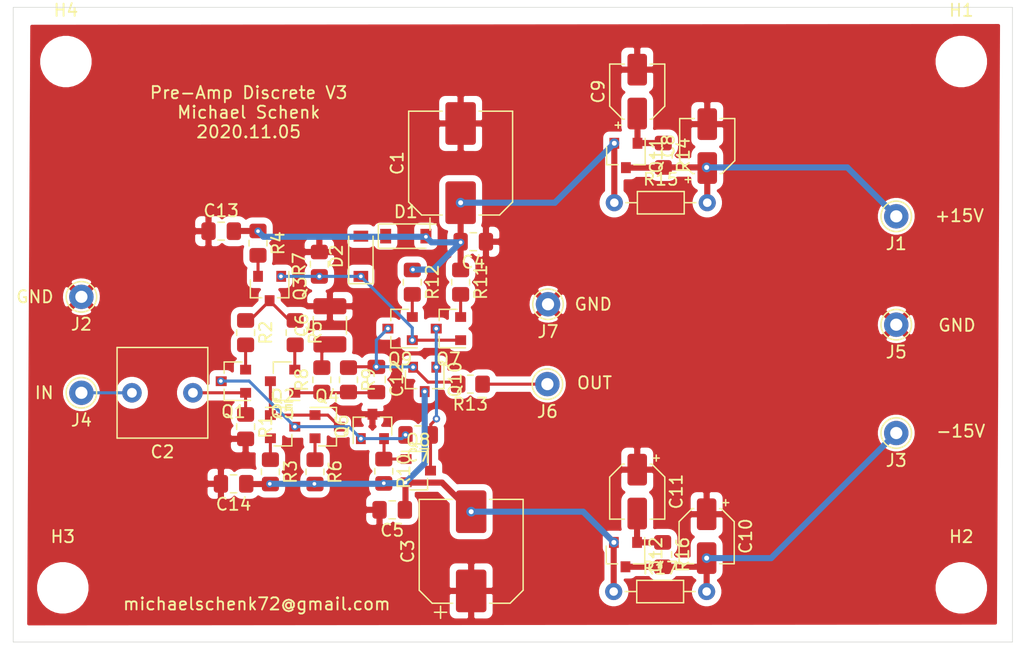
<source format=kicad_pcb>
(kicad_pcb (version 20171130) (host pcbnew 5.1.8-db9833491~88~ubuntu16.04.1)
  (layers (0 F.Cu signal) (31 B.Cu signal) (34 B.Paste user) (35 F.Paste user) (36 B.SilkS user) (37 F.SilkS user) (38 B.Mask user) (39 F.Mask user) (44 Edge.Cuts user))
  (net 0 "")
  (net 1 GND)
  (net 2 +15V)
  (net 3 "Net-(C2-Pad2)")
  (net 4 "Net-(C2-Pad1)")
  (net 5 -15V)
  (net 6 "Net-(C6-Pad1)")
  (net 7 "Net-(C7-Pad2)")
  (net 8 "Net-(C7-Pad1)")
  (net 9 "Net-(C8-Pad1)")
  (net 10 "Net-(C9-Pad1)")
  (net 11 "Net-(C10-Pad2)")
  (net 12 "Net-(C11-Pad2)")
  (net 13 "Net-(D1-Pad1)")
  (net 14 "Net-(D2-Pad1)")
  (net 15 "Net-(J6-Pad1)")
  (net 16 "Net-(Q1-Pad2)")
  (net 17 "Net-(Q2-Pad2)")
  (net 18 "Net-(Q2-Pad1)")
  (net 19 "Net-(Q3-Pad3)")
  (net 20 "Net-(Q3-Pad2)")
  (net 21 "Net-(Q4-Pad2)")
  (net 22 "Net-(Q5-Pad2)")
  (net 23 "Net-(Q6-Pad2)")
  (net 24 "Net-(Q7-Pad2)")
  (net 25 "Net-(Q9-Pad2)")
  (net 26 "Net-(C12-Pad2)")
  (net 27 "Net-(C12-Pad1)")
  (module Connector_Pin:Pin_D1.0mm_L10.0mm (layer F.Cu) (at 165.7604 120.2436)
    (fp_text reference J7 (at 0 2.25) (layer F.SilkS))
    (fp_text value Conn_01x01)
    (pad 1 thru_hole circle (at 0 0) (size 2 2) (drill 1) (layers *.Cu *.Mask) (net 1 GND))
  )
  (module Connector_Pin:Pin_D1.0mm_L10.0mm (layer F.Cu) (at 165.7096 126.7968)
    (fp_text reference J6 (at 0 2.25) (layer F.SilkS))
    (fp_text value Conn_01x01)
    (pad 1 thru_hole circle (at 0 0) (size 2 2) (drill 1) (layers *.Cu *.Mask) (net 15 "Net-(J6-Pad1)"))
  )
  (module Connector_Pin:Pin_D1.0mm_L10.0mm (layer F.Cu) (at 194.31 121.92)
    (fp_text reference J5 (at 0 2.25) (layer F.SilkS))
    (fp_text value Conn_01x01)
    (pad 1 thru_hole circle (at 0 0) (size 2 2) (drill 1) (layers *.Cu *.Mask) (net 1 GND))
  )
  (module Connector_Pin:Pin_D1.0mm_L10.0mm (layer F.Cu) (at 127.508 127.508)
    (fp_text reference J4 (at 0 2.25) (layer F.SilkS))
    (fp_text value Conn_01x01)
    (pad 1 thru_hole circle (at 0 0) (size 2 2) (drill 1) (layers *.Cu *.Mask) (net 3 "Net-(C2-Pad2)"))
  )
  (module Connector_Pin:Pin_D1.0mm_L10.0mm (layer F.Cu) (at 194.31 130.81)
    (fp_text reference J3 (at 0 2.25) (layer F.SilkS))
    (fp_text value Conn_01x01)
    (pad 1 thru_hole circle (at 0 0) (size 2 2) (drill 1) (layers *.Cu *.Mask) (net 11 "Net-(C10-Pad2)"))
  )
  (module Connector_Pin:Pin_D1.0mm_L10.0mm (layer F.Cu) (at 127.508 119.634)
    (fp_text reference J2 (at 0 2.25) (layer F.SilkS))
    (fp_text value Conn_01x01)
    (pad 1 thru_hole circle (at 0 0) (size 2 2) (drill 1) (layers *.Cu *.Mask) (net 1 GND))
  )
  (module Connector_Pin:Pin_D1.0mm_L10.0mm (layer F.Cu) (at 194.31 113.03)
    (fp_text reference J1 (at 0 2.25) (layer F.SilkS))
    (fp_text value Conn_01x01)
    (pad 1 thru_hole circle (at 0 0) (size 2 2) (drill 1) (layers *.Cu *.Mask) (net 9 "Net-(C8-Pad1)"))
  )
  (module Package_TO_SOT_SMD:SOT-23 (layer F.Cu) (at 147.6596 130.2868)
    (fp_text reference Q4 (at 0 -2.5) (layer F.SilkS))
    (fp_text value BC850C)
    (pad 3 smd rect (at 1 0) (size 0.9 0.8) (layers F.Cu F.Paste F.Mask) (net 18 "Net-(Q2-Pad1)"))
    (pad 2 smd rect (at -1 0.95) (size 0.9 0.8) (layers F.Cu F.Paste F.Mask) (net 21 "Net-(Q4-Pad2)"))
    (pad 1 smd rect (at -1 -0.95) (size 0.9 0.8) (layers F.Cu F.Paste F.Mask) (net 18 "Net-(Q2-Pad1)"))
  )
  (module Capacitor_SMD:C_0805_2012Metric_Pad1.18x1.45mm_HandSolder (layer F.Cu) (at 139.9833 134.9756 180)
    (fp_text reference C14 (at 0 -1.68) (layer F.SilkS))
    (fp_text value 100nF)
    (pad 2 smd roundrect (at 1.0375 0 180) (size 1.175 1.45) (layers F.Cu F.Paste F.Mask) (roundrect_rratio 0.2127659574468085) (net 1 GND))
    (pad 1 smd roundrect (at -1.0375 0 180) (size 1.175 1.45) (layers F.Cu F.Paste F.Mask) (roundrect_rratio 0.2127659574468085) (net 5 -15V))
  )
  (module Capacitor_SMD:C_0805_2012Metric_Pad1.18x1.45mm_HandSolder (layer F.Cu) (at 138.9673 114.2492)
    (fp_text reference C13 (at 0 -1.68) (layer F.SilkS))
    (fp_text value 100nF)
    (pad 2 smd roundrect (at 1.0375 0) (size 1.175 1.45) (layers F.Cu F.Paste F.Mask) (roundrect_rratio 0.2127659574468085) (net 2 +15V))
    (pad 1 smd roundrect (at -1.0375 0) (size 1.175 1.45) (layers F.Cu F.Paste F.Mask) (roundrect_rratio 0.2127659574468085) (net 1 GND))
  )
  (module Capacitor_SMD:CP_Elec_4x4.5 (layer F.Cu) (at 173.0756 135.614 270)
    (fp_text reference C11 (at 0 -3.2 90) (layer F.SilkS))
    (fp_text value 4.7uF)
    (pad 2 smd roundrect (at 1.8 0 270) (size 2.6 1.6) (layers F.Cu F.Paste F.Mask) (roundrect_rratio 0.15625) (net 12 "Net-(C11-Pad2)"))
    (pad 1 smd roundrect (at -1.8 0 270) (size 2.6 1.6) (layers F.Cu F.Paste F.Mask) (roundrect_rratio 0.15625) (net 1 GND))
  )
  (module Capacitor_SMD:CP_Elec_4x4.5 (layer F.Cu) (at 178.7652 139.2716 270)
    (fp_text reference C10 (at 0 -3.2 90) (layer F.SilkS))
    (fp_text value 4.7uF)
    (pad 2 smd roundrect (at 1.8 0 270) (size 2.6 1.6) (layers F.Cu F.Paste F.Mask) (roundrect_rratio 0.15625) (net 11 "Net-(C10-Pad2)"))
    (pad 1 smd roundrect (at -1.8 0 270) (size 2.6 1.6) (layers F.Cu F.Paste F.Mask) (roundrect_rratio 0.15625) (net 1 GND))
  )
  (module Capacitor_SMD:CP_Elec_4x4.5 (layer F.Cu) (at 173.0756 102.7972 90)
    (fp_text reference C9 (at 0 -3.2 90) (layer F.SilkS))
    (fp_text value 4.7uF)
    (pad 2 smd roundrect (at 1.8 0 90) (size 2.6 1.6) (layers F.Cu F.Paste F.Mask) (roundrect_rratio 0.15625) (net 1 GND))
    (pad 1 smd roundrect (at -1.8 0 90) (size 2.6 1.6) (layers F.Cu F.Paste F.Mask) (roundrect_rratio 0.15625) (net 10 "Net-(C9-Pad1)"))
  )
  (module Capacitor_SMD:CP_Elec_4x4.5 (layer F.Cu) (at 178.816 107.2676 90)
    (fp_text reference C8 (at 0 -3.2 90) (layer F.SilkS))
    (fp_text value 4.7uF)
    (pad 2 smd roundrect (at 1.8 0 90) (size 2.6 1.6) (layers F.Cu F.Paste F.Mask) (roundrect_rratio 0.15625) (net 1 GND))
    (pad 1 smd roundrect (at -1.8 0 90) (size 2.6 1.6) (layers F.Cu F.Paste F.Mask) (roundrect_rratio 0.15625) (net 9 "Net-(C8-Pad1)"))
  )
  (module Capacitor_SMD:C_1210_3225Metric_Pad1.33x2.70mm_HandSolder (layer F.Cu) (at 147.8788 121.9708 90)
    (fp_text reference C6 (at 0 -2.3 90) (layer F.SilkS))
    (fp_text value 100uF)
    (pad 2 smd roundrect (at 1.5625 0 90) (size 1.325 2.7) (layers F.Cu F.Paste F.Mask) (roundrect_rratio 0.1886784905660377) (net 1 GND))
    (pad 1 smd roundrect (at -1.5625 0 90) (size 1.325 2.7) (layers F.Cu F.Paste F.Mask) (roundrect_rratio 0.1886784905660377) (net 6 "Net-(C6-Pad1)"))
  )
  (module Capacitor_SMD:C_0805_2012Metric_Pad1.18x1.45mm_HandSolder (layer F.Cu) (at 152.9881 137.1092 180)
    (fp_text reference C5 (at 0 -1.68) (layer F.SilkS))
    (fp_text value 100nF)
    (pad 2 smd roundrect (at 1.0375 0 180) (size 1.175 1.45) (layers F.Cu F.Paste F.Mask) (roundrect_rratio 0.2127659574468085) (net 1 GND))
    (pad 1 smd roundrect (at -1.0375 0 180) (size 1.175 1.45) (layers F.Cu F.Paste F.Mask) (roundrect_rratio 0.2127659574468085) (net 5 -15V))
  )
  (module Capacitor_SMD:C_0805_2012Metric_Pad1.18x1.45mm_HandSolder (layer F.Cu) (at 159.6351 115.1128 180)
    (fp_text reference C4 (at 0 -1.68) (layer F.SilkS))
    (fp_text value 100nF)
    (pad 2 smd roundrect (at 1.0375 0 180) (size 1.175 1.45) (layers F.Cu F.Paste F.Mask) (roundrect_rratio 0.2127659574468085) (net 2 +15V))
    (pad 1 smd roundrect (at -1.0375 0 180) (size 1.175 1.45) (layers F.Cu F.Paste F.Mask) (roundrect_rratio 0.2127659574468085) (net 1 GND))
  )
  (module Capacitor_SMD:CP_Elec_8x10 (layer F.Cu) (at 159.4612 140.5128 90)
    (fp_text reference C3 (at 0 -5.2 90) (layer F.SilkS))
    (fp_text value 100uF)
    (pad 2 smd roundrect (at 3.25 0 90) (size 3.5 2.5) (layers F.Cu F.Paste F.Mask) (roundrect_rratio 0.1) (net 5 -15V))
    (pad 1 smd roundrect (at -3.25 0 90) (size 3.5 2.5) (layers F.Cu F.Paste F.Mask) (roundrect_rratio 0.1) (net 1 GND))
  )
  (module Capacitor_SMD:CP_Elec_8x10 (layer F.Cu) (at 158.5976 108.6624 90)
    (fp_text reference C1 (at 0 -5.2 90) (layer F.SilkS))
    (fp_text value 100uF)
    (pad 2 smd roundrect (at 3.25 0 90) (size 3.5 2.5) (layers F.Cu F.Paste F.Mask) (roundrect_rratio 0.1) (net 1 GND))
    (pad 1 smd roundrect (at -3.25 0 90) (size 3.5 2.5) (layers F.Cu F.Paste F.Mask) (roundrect_rratio 0.1) (net 2 +15V))
  )
  (module Package_TO_SOT_SMD:SOT-23 (layer F.Cu) (at 155.6512 126.4064 270)
    (fp_text reference Q10 (at 0 -2.5 90) (layer F.SilkS))
    (fp_text value BC860C)
    (pad 3 smd rect (at 1 0 270) (size 0.9 0.8) (layers F.Cu F.Paste F.Mask) (net 5 -15V))
    (pad 2 smd rect (at -1 0.95 270) (size 0.9 0.8) (layers F.Cu F.Paste F.Mask) (net 27 "Net-(C12-Pad1)"))
    (pad 1 smd rect (at -1 -0.95 270) (size 0.9 0.8) (layers F.Cu F.Paste F.Mask) (net 8 "Net-(C7-Pad1)"))
  )
  (module Resistor_SMD:R_0805_2012Metric_Pad1.20x1.40mm_HandSolder (layer F.Cu) (at 141.986 115.2304 270)
    (fp_text reference R4 (at 0 -1.65 90) (layer F.SilkS))
    (fp_text value 150R)
    (pad 2 smd roundrect (at 1 0 270) (size 1.2 1.4) (layers F.Cu F.Paste F.Mask) (roundrect_rratio 0.2083325) (net 20 "Net-(Q3-Pad2)"))
    (pad 1 smd roundrect (at -1 0 270) (size 1.2 1.4) (layers F.Cu F.Paste F.Mask) (roundrect_rratio 0.2083325) (net 2 +15V))
  )
  (module Capacitor_SMD:C_0805_2012Metric_Pad1.18x1.45mm_HandSolder (layer F.Cu) (at 155.1139 130.9624 180)
    (fp_text reference C7 (at 0 -1.68) (layer F.SilkS))
    (fp_text value 270pF)
    (pad 2 smd roundrect (at 1.0375 0 180) (size 1.175 1.45) (layers F.Cu F.Paste F.Mask) (roundrect_rratio 0.2127659574468085) (net 7 "Net-(C7-Pad2)"))
    (pad 1 smd roundrect (at -1.0375 0 180) (size 1.175 1.45) (layers F.Cu F.Paste F.Mask) (roundrect_rratio 0.2127659574468085) (net 8 "Net-(C7-Pad1)"))
  )
  (module Capacitor_SMD:C_0805_2012Metric_Pad1.18x1.45mm_HandSolder (layer F.Cu) (at 151.6888 126.4197 270)
    (fp_text reference C12 (at 0 -1.68 90) (layer F.SilkS))
    (fp_text value 4.7pF)
    (pad 2 smd roundrect (at 1.0375 0 270) (size 1.175 1.45) (layers F.Cu F.Paste F.Mask) (roundrect_rratio 0.2127659574468085) (net 26 "Net-(C12-Pad2)"))
    (pad 1 smd roundrect (at -1.0375 0 270) (size 1.175 1.45) (layers F.Cu F.Paste F.Mask) (roundrect_rratio 0.2127659574468085) (net 27 "Net-(C12-Pad1)"))
  )
  (module Package_TO_SOT_SMD:SOT-23 (layer F.Cu) (at 153.6352 122.24 180)
    (fp_text reference Q9 (at 0 -2.5) (layer F.SilkS))
    (fp_text value BC860C)
    (pad 1 smd rect (at -1 -0.95 180) (size 0.9 0.8) (layers F.Cu F.Paste F.Mask) (net 14 "Net-(D2-Pad1)"))
    (pad 2 smd rect (at -1 0.95 180) (size 0.9 0.8) (layers F.Cu F.Paste F.Mask) (net 25 "Net-(Q9-Pad2)"))
    (pad 3 smd rect (at 1 0 180) (size 0.9 0.8) (layers F.Cu F.Paste F.Mask) (net 27 "Net-(C12-Pad1)"))
  )
  (module Resistor_SMD:R_0805_2012Metric_Pad1.20x1.40mm_HandSolder (layer F.Cu) (at 140.97 130.286 270)
    (fp_text reference R1 (at 0 -1.65 90) (layer F.SilkS))
    (fp_text value 22k)
    (pad 2 smd roundrect (at 1 0 270) (size 1.2 1.4) (layers F.Cu F.Paste F.Mask) (roundrect_rratio 0.2083325) (net 1 GND))
    (pad 1 smd roundrect (at -1 0 270) (size 1.2 1.4) (layers F.Cu F.Paste F.Mask) (roundrect_rratio 0.2083325) (net 4 "Net-(C2-Pad1)"))
  )
  (module Resistor_THT:R_Axial_DIN0204_L3.6mm_D1.6mm_P7.62mm_Horizontal (layer F.Cu) (at 171.1452 143.8148)
    (fp_text reference R17 (at 3.81 -1.92) (layer F.SilkS))
    (fp_text value 0R)
    (pad 2 thru_hole oval (at 7.62 0) (size 1.4 1.4) (drill 0.7) (layers *.Cu *.Mask) (net 11 "Net-(C10-Pad2)"))
    (pad 1 thru_hole circle (at 0 0) (size 1.4 1.4) (drill 0.7) (layers *.Cu *.Mask) (net 5 -15V))
  )
  (module Resistor_SMD:R_0805_2012Metric_Pad1.20x1.40mm_HandSolder (layer F.Cu) (at 175.1584 140.7828 270)
    (fp_text reference R16 (at 0 -1.65 90) (layer F.SilkS))
    (fp_text value 22k)
    (pad 2 smd roundrect (at 1 0 270) (size 1.2 1.4) (layers F.Cu F.Paste F.Mask) (roundrect_rratio 0.2083325) (net 11 "Net-(C10-Pad2)"))
    (pad 1 smd roundrect (at -1 0 270) (size 1.2 1.4) (layers F.Cu F.Paste F.Mask) (roundrect_rratio 0.2083325) (net 12 "Net-(C11-Pad2)"))
  )
  (module Resistor_THT:R_Axial_DIN0204_L3.6mm_D1.6mm_P7.62mm_Horizontal (layer F.Cu) (at 171.196 111.9124)
    (fp_text reference R15 (at 3.81 -1.92) (layer F.SilkS))
    (fp_text value 0R)
    (pad 2 thru_hole oval (at 7.62 0) (size 1.4 1.4) (drill 0.7) (layers *.Cu *.Mask) (net 9 "Net-(C8-Pad1)"))
    (pad 1 thru_hole circle (at 0 0) (size 1.4 1.4) (drill 0.7) (layers *.Cu *.Mask) (net 2 +15V))
  )
  (module Resistor_SMD:R_0805_2012Metric_Pad1.20x1.40mm_HandSolder (layer F.Cu) (at 175.2092 108.0168 270)
    (fp_text reference R14 (at 0 -1.65 90) (layer F.SilkS))
    (fp_text value 22k)
    (pad 2 smd roundrect (at 1 0 270) (size 1.2 1.4) (layers F.Cu F.Paste F.Mask) (roundrect_rratio 0.2083325) (net 9 "Net-(C8-Pad1)"))
    (pad 1 smd roundrect (at -1 0 270) (size 1.2 1.4) (layers F.Cu F.Paste F.Mask) (roundrect_rratio 0.2083325) (net 10 "Net-(C9-Pad1)"))
  )
  (module Resistor_SMD:R_0805_2012Metric_Pad1.20x1.40mm_HandSolder (layer F.Cu) (at 159.3944 126.7968 180)
    (fp_text reference R13 (at 0 -1.65) (layer F.SilkS))
    (fp_text value 47R)
    (pad 2 smd roundrect (at 1 0 180) (size 1.2 1.4) (layers F.Cu F.Paste F.Mask) (roundrect_rratio 0.2083325) (net 27 "Net-(C12-Pad1)"))
    (pad 1 smd roundrect (at -1 0 180) (size 1.2 1.4) (layers F.Cu F.Paste F.Mask) (roundrect_rratio 0.2083325) (net 15 "Net-(J6-Pad1)"))
  )
  (module Resistor_SMD:R_0805_2012Metric_Pad1.20x1.40mm_HandSolder (layer F.Cu) (at 154.6352 118.4308 270)
    (fp_text reference R12 (at 0 -1.65 90) (layer F.SilkS))
    (fp_text value 100R)
    (pad 2 smd roundrect (at 1 0 270) (size 1.2 1.4) (layers F.Cu F.Paste F.Mask) (roundrect_rratio 0.2083325) (net 25 "Net-(Q9-Pad2)"))
    (pad 1 smd roundrect (at -1 0 270) (size 1.2 1.4) (layers F.Cu F.Paste F.Mask) (roundrect_rratio 0.2083325) (net 2 +15V))
  )
  (module Resistor_SMD:R_0805_2012Metric_Pad1.20x1.40mm_HandSolder (layer F.Cu) (at 158.5976 118.4308 270)
    (fp_text reference R11 (at 0 -1.65 90) (layer F.SilkS))
    (fp_text value 100R)
    (pad 2 smd roundrect (at 1 0 270) (size 1.2 1.4) (layers F.Cu F.Paste F.Mask) (roundrect_rratio 0.2083325) (net 24 "Net-(Q7-Pad2)"))
    (pad 1 smd roundrect (at -1 0 270) (size 1.2 1.4) (layers F.Cu F.Paste F.Mask) (roundrect_rratio 0.2083325) (net 2 +15V))
  )
  (module Resistor_SMD:R_0805_2012Metric_Pad1.20x1.40mm_HandSolder (layer F.Cu) (at 152.2984 133.9436 270)
    (fp_text reference R10 (at 0 -1.65 90) (layer F.SilkS))
    (fp_text value 2k2)
    (pad 2 smd roundrect (at 1 0 270) (size 1.2 1.4) (layers F.Cu F.Paste F.Mask) (roundrect_rratio 0.2083325) (net 5 -15V))
    (pad 1 smd roundrect (at -1 0 270) (size 1.2 1.4) (layers F.Cu F.Paste F.Mask) (roundrect_rratio 0.2083325) (net 23 "Net-(Q6-Pad2)"))
  )
  (module Resistor_SMD:R_0805_2012Metric_Pad1.20x1.40mm_HandSolder (layer F.Cu) (at 149.4028 126.4445 270)
    (fp_text reference R9 (at 0 -1.65 90) (layer F.SilkS))
    (fp_text value 22k)
    (pad 2 smd roundrect (at 1 0 270) (size 1.2 1.4) (layers F.Cu F.Paste F.Mask) (roundrect_rratio 0.2083325) (net 26 "Net-(C12-Pad2)"))
    (pad 1 smd roundrect (at -1 0 270) (size 1.2 1.4) (layers F.Cu F.Paste F.Mask) (roundrect_rratio 0.2083325) (net 27 "Net-(C12-Pad1)"))
  )
  (module Resistor_SMD:R_0805_2012Metric_Pad1.20x1.40mm_HandSolder (layer F.Cu) (at 147.2184 126.4445 90)
    (fp_text reference R8 (at 0 -1.65 90) (layer F.SilkS))
    (fp_text value 22k)
    (pad 2 smd roundrect (at 1 0 90) (size 1.2 1.4) (layers F.Cu F.Paste F.Mask) (roundrect_rratio 0.2083325) (net 6 "Net-(C6-Pad1)"))
    (pad 1 smd roundrect (at -1 0 90) (size 1.2 1.4) (layers F.Cu F.Paste F.Mask) (roundrect_rratio 0.2083325) (net 26 "Net-(C12-Pad2)"))
  )
  (module Resistor_SMD:R_0805_2012Metric_Pad1.20x1.40mm_HandSolder (layer F.Cu) (at 147.0152 116.9576 90)
    (fp_text reference R7 (at 0 -1.65 90) (layer F.SilkS))
    (fp_text value 22k)
    (pad 2 smd roundrect (at 1 0 90) (size 1.2 1.4) (layers F.Cu F.Paste F.Mask) (roundrect_rratio 0.2083325) (net 1 GND))
    (pad 1 smd roundrect (at -1 0 90) (size 1.2 1.4) (layers F.Cu F.Paste F.Mask) (roundrect_rratio 0.2083325) (net 14 "Net-(D2-Pad1)"))
  )
  (module Resistor_SMD:R_0805_2012Metric_Pad1.20x1.40mm_HandSolder (layer F.Cu) (at 146.6596 133.9944 270)
    (fp_text reference R6 (at 0 -1.65 90) (layer F.SilkS))
    (fp_text value 68)
    (pad 2 smd roundrect (at 1 0 270) (size 1.2 1.4) (layers F.Cu F.Paste F.Mask) (roundrect_rratio 0.2083325) (net 5 -15V))
    (pad 1 smd roundrect (at -1 0 270) (size 1.2 1.4) (layers F.Cu F.Paste F.Mask) (roundrect_rratio 0.2083325) (net 21 "Net-(Q4-Pad2)"))
  )
  (module Resistor_SMD:R_0805_2012Metric_Pad1.20x1.40mm_HandSolder (layer F.Cu) (at 145.034 122.571 270)
    (fp_text reference R5 (at 0 -1.65 90) (layer F.SilkS))
    (fp_text value 100R)
    (pad 2 smd roundrect (at 1 0 270) (size 1.2 1.4) (layers F.Cu F.Paste F.Mask) (roundrect_rratio 0.2083325) (net 22 "Net-(Q5-Pad2)"))
    (pad 1 smd roundrect (at -1 0 270) (size 1.2 1.4) (layers F.Cu F.Paste F.Mask) (roundrect_rratio 0.2083325) (net 19 "Net-(Q3-Pad3)"))
  )
  (module Resistor_SMD:R_0805_2012Metric_Pad1.20x1.40mm_HandSolder (layer F.Cu) (at 143.002 133.9944 270)
    (fp_text reference R3 (at 0 -1.65 90) (layer F.SilkS))
    (fp_text value 68)
    (pad 2 smd roundrect (at 1 0 270) (size 1.2 1.4) (layers F.Cu F.Paste F.Mask) (roundrect_rratio 0.2083325) (net 5 -15V))
    (pad 1 smd roundrect (at -1 0 270) (size 1.2 1.4) (layers F.Cu F.Paste F.Mask) (roundrect_rratio 0.2083325) (net 17 "Net-(Q2-Pad2)"))
  )
  (module Resistor_SMD:R_0805_2012Metric_Pad1.20x1.40mm_HandSolder (layer F.Cu) (at 140.97 122.571 270)
    (fp_text reference R2 (at 0 -1.65 90) (layer F.SilkS))
    (fp_text value 100R)
    (pad 2 smd roundrect (at 1 0 270) (size 1.2 1.4) (layers F.Cu F.Paste F.Mask) (roundrect_rratio 0.2083325) (net 16 "Net-(Q1-Pad2)"))
    (pad 1 smd roundrect (at -1 0 270) (size 1.2 1.4) (layers F.Cu F.Paste F.Mask) (roundrect_rratio 0.2083325) (net 19 "Net-(Q3-Pad3)"))
  )
  (module Package_TO_SOT_SMD:SOT-23 (layer F.Cu) (at 172.1104 140.7828 270)
    (fp_text reference Q12 (at 0 -2.5 90) (layer F.SilkS))
    (fp_text value BC860C)
    (pad 3 smd rect (at 1 0 270) (size 0.9 0.8) (layers F.Cu F.Paste F.Mask) (net 11 "Net-(C10-Pad2)"))
    (pad 2 smd rect (at -1 0.95 270) (size 0.9 0.8) (layers F.Cu F.Paste F.Mask) (net 5 -15V))
    (pad 1 smd rect (at -1 -0.95 270) (size 0.9 0.8) (layers F.Cu F.Paste F.Mask) (net 12 "Net-(C11-Pad2)"))
  )
  (module Package_TO_SOT_SMD:SOT-23 (layer F.Cu) (at 172.146 108.0356 270)
    (fp_text reference Q11 (at 0 -2.5 90) (layer F.SilkS))
    (fp_text value BC850C)
    (pad 3 smd rect (at 1 0 270) (size 0.9 0.8) (layers F.Cu F.Paste F.Mask) (net 9 "Net-(C8-Pad1)"))
    (pad 2 smd rect (at -1 0.95 270) (size 0.9 0.8) (layers F.Cu F.Paste F.Mask) (net 2 +15V))
    (pad 1 smd rect (at -1 -0.95 270) (size 0.9 0.8) (layers F.Cu F.Paste F.Mask) (net 10 "Net-(C9-Pad1)"))
  )
  (module Package_TO_SOT_SMD:SOT-23 (layer F.Cu) (at 155.1272 133.8936)
    (fp_text reference Q8 (at 0 -2.5) (layer F.SilkS))
    (fp_text value BC850C)
    (pad 3 smd rect (at 1 0) (size 0.9 0.8) (layers F.Cu F.Paste F.Mask) (net 8 "Net-(C7-Pad1)"))
    (pad 2 smd rect (at -1 0.95) (size 0.9 0.8) (layers F.Cu F.Paste F.Mask) (net 5 -15V))
    (pad 1 smd rect (at -1 -0.95) (size 0.9 0.8) (layers F.Cu F.Paste F.Mask) (net 23 "Net-(Q6-Pad2)"))
  )
  (module Package_TO_SOT_SMD:SOT-23 (layer F.Cu) (at 157.5976 122.24 180)
    (fp_text reference Q7 (at 0 -2.5) (layer F.SilkS))
    (fp_text value BC860C)
    (pad 3 smd rect (at 1 0 180) (size 0.9 0.8) (layers F.Cu F.Paste F.Mask) (net 8 "Net-(C7-Pad1)"))
    (pad 2 smd rect (at -1 0.95 180) (size 0.9 0.8) (layers F.Cu F.Paste F.Mask) (net 24 "Net-(Q7-Pad2)"))
    (pad 1 smd rect (at -1 -0.95 180) (size 0.9 0.8) (layers F.Cu F.Paste F.Mask) (net 14 "Net-(D2-Pad1)"))
  )
  (module Package_TO_SOT_SMD:SOT-23 (layer F.Cu) (at 151.3688 130.2672 90)
    (fp_text reference Q6 (at 0 -2.5 90) (layer F.SilkS))
    (fp_text value BC850C)
    (pad 3 smd rect (at 1 0 90) (size 0.9 0.8) (layers F.Cu F.Paste F.Mask) (net 1 GND))
    (pad 2 smd rect (at -1 0.95 90) (size 0.9 0.8) (layers F.Cu F.Paste F.Mask) (net 23 "Net-(Q6-Pad2)"))
    (pad 1 smd rect (at -1 -0.95 90) (size 0.9 0.8) (layers F.Cu F.Paste F.Mask) (net 7 "Net-(C7-Pad2)"))
  )
  (module Package_TO_SOT_SMD:SOT-23 (layer F.Cu) (at 144.002 126.5555 180)
    (fp_text reference Q5 (at 0 -2.5) (layer F.SilkS))
    (fp_text value BC860C)
    (pad 3 smd rect (at 1 0 180) (size 0.9 0.8) (layers F.Cu F.Paste F.Mask) (net 18 "Net-(Q2-Pad1)"))
    (pad 2 smd rect (at -1 0.95 180) (size 0.9 0.8) (layers F.Cu F.Paste F.Mask) (net 22 "Net-(Q5-Pad2)"))
    (pad 1 smd rect (at -1 -0.95 180) (size 0.9 0.8) (layers F.Cu F.Paste F.Mask) (net 26 "Net-(C12-Pad2)"))
  )
  (module Package_TO_SOT_SMD:SOT-23 (layer F.Cu) (at 142.9385 118.9515 270)
    (fp_text reference Q3 (at 0 -2.5 90) (layer F.SilkS))
    (fp_text value BC860C)
    (pad 3 smd rect (at 1 0 270) (size 0.9 0.8) (layers F.Cu F.Paste F.Mask) (net 19 "Net-(Q3-Pad3)"))
    (pad 2 smd rect (at -1 0.95 270) (size 0.9 0.8) (layers F.Cu F.Paste F.Mask) (net 20 "Net-(Q3-Pad2)"))
    (pad 1 smd rect (at -1 -0.95 270) (size 0.9 0.8) (layers F.Cu F.Paste F.Mask) (net 14 "Net-(D2-Pad1)"))
  )
  (module Package_TO_SOT_SMD:SOT-23 (layer F.Cu) (at 144.002 130.2868)
    (fp_text reference Q2 (at 0 -2.5) (layer F.SilkS))
    (fp_text value BC850C)
    (pad 3 smd rect (at 1 0) (size 0.9 0.8) (layers F.Cu F.Paste F.Mask) (net 7 "Net-(C7-Pad2)"))
    (pad 2 smd rect (at -1 0.95) (size 0.9 0.8) (layers F.Cu F.Paste F.Mask) (net 17 "Net-(Q2-Pad2)"))
    (pad 1 smd rect (at -1 -0.95) (size 0.9 0.8) (layers F.Cu F.Paste F.Mask) (net 18 "Net-(Q2-Pad1)"))
  )
  (module Package_TO_SOT_SMD:SOT-23 (layer F.Cu) (at 139.97 126.558 180)
    (fp_text reference Q1 (at 0 -2.5) (layer F.SilkS))
    (fp_text value BC860C)
    (pad 3 smd rect (at 1 0 180) (size 0.9 0.8) (layers F.Cu F.Paste F.Mask) (net 7 "Net-(C7-Pad2)"))
    (pad 2 smd rect (at -1 0.95 180) (size 0.9 0.8) (layers F.Cu F.Paste F.Mask) (net 16 "Net-(Q1-Pad2)"))
    (pad 1 smd rect (at -1 -0.95 180) (size 0.9 0.8) (layers F.Cu F.Paste F.Mask) (net 4 "Net-(C2-Pad1)"))
  )
  (module MountingHole:MountingHole_3.2mm_M3 (layer F.Cu) (at 126.238 100.33)
    (fp_text reference H4 (at 0 -4.2) (layer F.SilkS))
    (fp_text value MountingHole)
    (pad 1 np_thru_hole circle (at 0 0) (size 3.2 3.2) (drill 3.2) (layers *.Cu *.Mask))
  )
  (module MountingHole:MountingHole_3.2mm_M3 (layer F.Cu) (at 125.984 143.51)
    (fp_text reference H3 (at 0 -4.2) (layer F.SilkS))
    (fp_text value MountingHole)
    (pad 1 np_thru_hole circle (at 0 0) (size 3.2 3.2) (drill 3.2) (layers *.Cu *.Mask))
  )
  (module MountingHole:MountingHole_3.2mm_M3 (layer F.Cu) (at 199.644 143.51)
    (fp_text reference H2 (at 0 -4.2) (layer F.SilkS))
    (fp_text value MountingHole)
    (pad 1 np_thru_hole circle (at 0 0) (size 3.2 3.2) (drill 3.2) (layers *.Cu *.Mask))
  )
  (module MountingHole:MountingHole_3.2mm_M3 (layer F.Cu) (at 199.644 100.33)
    (fp_text reference H1 (at 0 -4.2) (layer F.SilkS))
    (fp_text value MountingHole)
    (pad 1 np_thru_hole circle (at 0 0) (size 3.2 3.2) (drill 3.2) (layers *.Cu *.Mask))
  )
  (module Diode_SMD:D_SOD-123 (layer F.Cu) (at 150.4188 116.3076 90)
    (fp_text reference D2 (at 0 -2 90) (layer F.SilkS))
    (fp_text value 1N4148W)
    (pad 2 smd rect (at 1.65 0 90) (size 0.9 1.2) (layers F.Cu F.Paste F.Mask) (net 13 "Net-(D1-Pad1)"))
    (pad 1 smd rect (at -1.65 0 90) (size 0.9 1.2) (layers F.Cu F.Paste F.Mask) (net 14 "Net-(D2-Pad1)"))
  )
  (module Diode_SMD:D_SOD-123 (layer F.Cu) (at 154.1008 114.6556)
    (fp_text reference D1 (at 0 -2) (layer F.SilkS))
    (fp_text value 1N4148W)
    (pad 2 smd rect (at 1.65 0) (size 0.9 1.2) (layers F.Cu F.Paste F.Mask) (net 2 +15V))
    (pad 1 smd rect (at -1.65 0) (size 0.9 1.2) (layers F.Cu F.Paste F.Mask) (net 13 "Net-(D1-Pad1)"))
  )
  (module Capacitor_THT:C_Rect_L7.2mm_W7.2mm_P5.00mm_FKS2_FKP2_MKS2_MKP2 (layer F.Cu) (at 136.652 127.508 180)
    (fp_text reference C2 (at 2.5 -4.85) (layer F.SilkS))
    (fp_text value 2.2uF)
    (pad 2 thru_hole circle (at 5 0 180) (size 1.6 1.6) (drill 0.8) (layers *.Cu *.Mask) (net 3 "Net-(C2-Pad2)"))
    (pad 1 thru_hole circle (at 0 0 180) (size 1.6 1.6) (drill 0.8) (layers *.Cu *.Mask) (net 4 "Net-(C2-Pad1)"))
  )
  (gr_text michaelschenk72@gmail.com (at 141.8844 144.8308) (layer F.SilkS) (effects (font (size 1 1))))
  (gr_text "Pre-Amp Discrete V3\nMichael Schenk\n2020.11.05" (at 141.224 104.4956) (layer F.SilkS) (effects (font (size 1 1))))
  (gr_line (start 203.835 95.885) (end 121.92 95.885) (layer Edge.Cuts) (width 0.05))
  (gr_line (start 203.835 147.955) (end 203.835 95.885) (layer Edge.Cuts) (width 0.05))
  (gr_line (start 121.92 147.955) (end 203.835 147.955) (layer Edge.Cuts) (width 0.05))
  (gr_line (start 121.92 96.52) (end 121.92 147.955) (layer Edge.Cuts) (width 0.05))
  (gr_line (start 121.92 95.885) (end 121.92 96.52) (layer Edge.Cuts) (width 0.05))
  (gr_text GND (at 169.4688 120.2436) (layer F.SilkS) (effects (font (size 1 1))))
  (gr_text OUT (at 169.5704 126.6952) (layer F.SilkS) (effects (font (size 1 1))))
  (gr_text GND (at 123.698 119.634) (layer F.SilkS) (effects (font (size 1 1))))
  (gr_text IN (at 124.46 127.508) (layer F.SilkS) (effects (font (size 1 1))))
  (gr_text GND (at 199.2884 121.9708) (layer F.SilkS) (effects (font (size 1 1))))
  (gr_text -15V (at 199.5932 130.6576) (layer F.SilkS) (effects (font (size 1 1))))
  (gr_text +15V (at 199.4916 112.9792) (layer F.SilkS) (effects (font (size 1 1))))
  (via (at 154.686 117.3988) (size 0.6) (drill 0.3) (layers F.Cu B.Cu) (net 2))
  (via (at 158.5976 115.1636) (size 0.6) (drill 0.3) (layers F.Cu B.Cu) (net 2))
  (via (at 141.986 114.2492) (size 0.6) (drill 0.3) (layers F.Cu B.Cu) (net 2))
  (via (at 155.7528 114.7064) (size 0.6) (drill 0.3) (layers F.Cu B.Cu) (net 2))
  (segment (start 158.5976 111.9124) (end 158.5976 111.9124) (width 0.5) (layer F.Cu) (net 2))
  (segment (start 156.3624 117.3988) (end 158.5976 115.1636) (width 0.5) (layer B.Cu) (net 2))
  (segment (start 154.686 117.3988) (end 156.3624 117.3988) (width 0.5) (layer B.Cu) (net 2))
  (segment (start 156.21 115.1636) (end 155.7528 114.7064) (width 0.5) (layer B.Cu) (net 2))
  (segment (start 158.5976 115.1636) (end 156.21 115.1636) (width 0.5) (layer B.Cu) (net 2))
  (segment (start 142.4432 114.7064) (end 141.986 114.2492) (width 0.5) (layer B.Cu) (net 2))
  (segment (start 155.7528 114.7064) (end 142.4432 114.7064) (width 0.5) (layer B.Cu) (net 2))
  (segment (start 140.0236 114.2304) (end 140.0048 114.2492) (width 0.5) (layer F.Cu) (net 2))
  (segment (start 141.986 114.2304) (end 140.0236 114.2304) (width 0.5) (layer F.Cu) (net 2))
  (segment (start 158.5976 111.9124) (end 158.5976 117.4308) (width 0.5) (layer F.Cu) (net 2))
  (via (at 158.5976 111.9124) (size 0.8) (drill 0.4) (layers F.Cu B.Cu) (net 2))
  (segment (start 171.196 111.9124) (end 171.196 107.0356) (width 0.5) (layer F.Cu) (net 2))
  (segment (start 166.3192 111.9124) (end 171.196 107.0356) (width 0.5) (layer B.Cu) (net 2))
  (via (at 171.196 107.0356) (size 0.8) (drill 0.4) (layers F.Cu B.Cu) (net 2))
  (segment (start 158.5976 111.9124) (end 166.3192 111.9124) (width 0.5) (layer B.Cu) (net 2))
  (segment (start 127.508 127.508) (end 131.652 127.508) (width 0.25) (layer B.Cu) (net 3))
  (segment (start 140.97 127.508) (end 136.652 127.508) (width 0.25) (layer F.Cu) (net 4))
  (segment (start 140.97 129.286) (end 140.97 127.508) (width 0.25) (layer F.Cu) (net 4))
  (via (at 142.9512 134.9756) (size 0.6) (drill 0.3) (layers F.Cu B.Cu) (net 5))
  (via (at 146.6088 134.9756) (size 0.6) (drill 0.3) (layers F.Cu B.Cu) (net 5))
  (via (at 152.2984 134.9248) (size 0.6) (drill 0.3) (layers F.Cu B.Cu) (net 5))
  (via (at 154.0764 134.874) (size 0.6) (drill 0.3) (layers F.Cu B.Cu) (net 5))
  (via (at 155.6512 127.4064) (size 0.6) (drill 0.3) (layers F.Cu B.Cu) (net 5))
  (segment (start 155.6512 133.2992) (end 155.6512 127.4064) (width 0.5) (layer B.Cu) (net 5))
  (segment (start 154.0764 134.874) (end 155.6512 133.2992) (width 0.5) (layer B.Cu) (net 5))
  (segment (start 142.9512 134.9756) (end 146.6088 134.9756) (width 0.5) (layer B.Cu) (net 5))
  (segment (start 152.2476 134.9756) (end 152.2984 134.9248) (width 0.5) (layer B.Cu) (net 5))
  (segment (start 146.6088 134.9756) (end 152.2476 134.9756) (width 0.5) (layer B.Cu) (net 5))
  (segment (start 154.0256 134.9248) (end 154.0764 134.874) (width 0.5) (layer B.Cu) (net 5))
  (segment (start 152.2984 134.9248) (end 154.0256 134.9248) (width 0.5) (layer B.Cu) (net 5))
  (segment (start 141.0396 134.9944) (end 141.0208 134.9756) (width 0.5) (layer F.Cu) (net 5))
  (segment (start 143.002 134.9944) (end 141.0396 134.9944) (width 0.5) (layer F.Cu) (net 5))
  (segment (start 154.0764 137.0584) (end 154.0256 137.1092) (width 0.5) (layer F.Cu) (net 5))
  (segment (start 154.0764 134.874) (end 154.0764 137.0584) (width 0.5) (layer F.Cu) (net 5))
  (segment (start 157.0724 134.874) (end 159.4612 137.2628) (width 0.5) (layer F.Cu) (net 5))
  (segment (start 154.0764 134.874) (end 157.0724 134.874) (width 0.5) (layer F.Cu) (net 5))
  (segment (start 171.1452 139.798) (end 171.1604 139.7828) (width 0.5) (layer F.Cu) (net 5))
  (segment (start 171.1452 143.8148) (end 171.1452 139.798) (width 0.5) (layer F.Cu) (net 5))
  (segment (start 159.4612 137.2628) (end 159.4612 137.2628) (width 0.5) (layer F.Cu) (net 5))
  (via (at 159.4612 137.2628) (size 0.8) (drill 0.4) (layers F.Cu B.Cu) (net 5))
  (via (at 171.1604 139.7828) (size 0.8) (drill 0.4) (layers F.Cu B.Cu) (net 5))
  (segment (start 168.6404 137.2628) (end 171.1604 139.7828) (width 0.5) (layer B.Cu) (net 5))
  (segment (start 159.4612 137.2628) (end 168.6404 137.2628) (width 0.5) (layer B.Cu) (net 5))
  (segment (start 147.2184 124.1937) (end 147.8788 123.5333) (width 0.25) (layer F.Cu) (net 6))
  (segment (start 147.2184 125.4445) (end 147.2184 124.1937) (width 0.25) (layer F.Cu) (net 6))
  (via (at 138.938 126.5428) (size 0.6) (drill 0.3) (layers F.Cu B.Cu) (net 7))
  (via (at 145.002 130.2868) (size 0.6) (drill 0.3) (layers F.Cu B.Cu) (net 7))
  (segment (start 141.258 126.5428) (end 145.002 130.2868) (width 0.25) (layer B.Cu) (net 7))
  (segment (start 138.938 126.5428) (end 141.258 126.5428) (width 0.25) (layer B.Cu) (net 7))
  (segment (start 149.4384 130.2868) (end 150.4188 131.2672) (width 0.25) (layer B.Cu) (net 7))
  (via (at 150.4188 131.2672) (size 0.6) (drill 0.3) (layers F.Cu B.Cu) (net 7))
  (segment (start 145.002 130.2868) (end 149.4384 130.2868) (width 0.25) (layer B.Cu) (net 7))
  (segment (start 153.7716 131.2672) (end 154.0764 130.9624) (width 0.25) (layer B.Cu) (net 7))
  (via (at 154.0764 130.9624) (size 0.6) (drill 0.3) (layers F.Cu B.Cu) (net 7))
  (segment (start 150.4188 131.2672) (end 153.7716 131.2672) (width 0.25) (layer B.Cu) (net 7))
  (segment (start 156.1272 130.9866) (end 156.1514 130.9624) (width 0.25) (layer F.Cu) (net 8))
  (segment (start 156.1272 133.8936) (end 156.1272 130.9866) (width 0.25) (layer F.Cu) (net 8))
  (via (at 156.6164 129.6416) (size 0.6) (drill 0.3) (layers F.Cu B.Cu) (net 8))
  (segment (start 156.1514 130.1066) (end 156.6164 129.6416) (width 0.25) (layer F.Cu) (net 8))
  (segment (start 156.1514 130.9624) (end 156.1514 130.1066) (width 0.25) (layer F.Cu) (net 8))
  (segment (start 156.6164 125.4216) (end 156.6012 125.4064) (width 0.25) (layer B.Cu) (net 8))
  (via (at 156.6012 125.4064) (size 0.6) (drill 0.3) (layers F.Cu B.Cu) (net 8))
  (segment (start 156.6164 129.6416) (end 156.6164 125.4216) (width 0.25) (layer B.Cu) (net 8))
  (via (at 156.5976 122.24) (size 0.6) (drill 0.3) (layers F.Cu B.Cu) (net 8))
  (segment (start 156.6012 122.2436) (end 156.5976 122.24) (width 0.25) (layer B.Cu) (net 8))
  (segment (start 156.6012 125.4064) (end 156.6012 122.2436) (width 0.25) (layer B.Cu) (net 8))
  (segment (start 175.1904 109.0356) (end 175.2092 109.0168) (width 0.5) (layer F.Cu) (net 9))
  (segment (start 172.146 109.0356) (end 175.1904 109.0356) (width 0.5) (layer F.Cu) (net 9))
  (segment (start 178.7652 109.0168) (end 178.7652 109.0168) (width 0.5) (layer F.Cu) (net 9))
  (segment (start 175.2092 109.0168) (end 178.7652 109.0168) (width 0.5) (layer F.Cu) (net 9))
  (segment (start 178.816 111.9124) (end 178.816 109.0676) (width 0.5) (layer F.Cu) (net 9))
  (segment (start 178.7652 109.0168) (end 178.816 109.0676) (width 0.5) (layer F.Cu) (net 9))
  (via (at 178.7652 109.0168) (size 0.8) (drill 0.4) (layers F.Cu B.Cu) (net 9))
  (segment (start 190.2968 109.0168) (end 194.31 113.03) (width 0.5) (layer B.Cu) (net 9))
  (segment (start 178.7652 109.0168) (end 190.2968 109.0168) (width 0.5) (layer B.Cu) (net 9))
  (segment (start 173.096 104.6176) (end 173.0756 104.5972) (width 0.5) (layer F.Cu) (net 10))
  (segment (start 173.096 107.0356) (end 173.096 104.6176) (width 0.5) (layer F.Cu) (net 10))
  (segment (start 173.1148 107.0168) (end 173.096 107.0356) (width 0.5) (layer F.Cu) (net 10))
  (segment (start 175.2092 107.0168) (end 173.1148 107.0168) (width 0.5) (layer F.Cu) (net 10))
  (segment (start 172.1104 141.7828) (end 175.1584 141.7828) (width 0.5) (layer F.Cu) (net 11))
  (segment (start 178.054 141.7828) (end 178.7652 141.0716) (width 0.5) (layer F.Cu) (net 11))
  (segment (start 175.1584 141.7828) (end 178.054 141.7828) (width 0.5) (layer F.Cu) (net 11))
  (segment (start 178.7652 143.8148) (end 178.7652 141.0716) (width 0.5) (layer F.Cu) (net 11))
  (segment (start 178.7652 141.0716) (end 178.7652 141.0716) (width 0.5) (layer F.Cu) (net 11))
  (via (at 178.7652 141.0716) (size 0.8) (drill 0.4) (layers F.Cu B.Cu) (net 11))
  (segment (start 184.0484 141.0716) (end 194.31 130.81) (width 0.5) (layer B.Cu) (net 11))
  (segment (start 178.7652 141.0716) (end 184.0484 141.0716) (width 0.5) (layer B.Cu) (net 11))
  (segment (start 175.1584 139.7828) (end 173.0604 139.7828) (width 0.5) (layer F.Cu) (net 12))
  (segment (start 173.0604 137.4292) (end 173.0756 137.414) (width 0.5) (layer F.Cu) (net 12))
  (segment (start 173.0604 139.7828) (end 173.0604 137.4292) (width 0.5) (layer F.Cu) (net 12))
  (segment (start 150.4208 114.6556) (end 150.4188 114.6576) (width 0.25) (layer F.Cu) (net 13))
  (segment (start 152.4508 114.6556) (end 150.4208 114.6556) (width 0.25) (layer F.Cu) (net 13))
  (via (at 150.4188 117.9576) (size 0.6) (drill 0.3) (layers F.Cu B.Cu) (net 14))
  (via (at 147.0152 117.9576) (size 0.6) (drill 0.3) (layers F.Cu B.Cu) (net 14))
  (via (at 143.8656 117.9576) (size 0.6) (drill 0.3) (layers F.Cu B.Cu) (net 14))
  (segment (start 154.6352 123.19) (end 154.6352 123.19) (width 0.25) (layer F.Cu) (net 14))
  (segment (start 143.8656 117.9576) (end 147.0152 117.9576) (width 0.25) (layer B.Cu) (net 14))
  (segment (start 147.0152 117.9576) (end 150.4188 117.9576) (width 0.25) (layer B.Cu) (net 14))
  (segment (start 154.6352 123.19) (end 158.5976 123.19) (width 0.25) (layer F.Cu) (net 14))
  (via (at 154.6352 123.19) (size 0.6) (drill 0.3) (layers F.Cu B.Cu) (net 14))
  (segment (start 154.6352 122.174) (end 150.4188 117.9576) (width 0.25) (layer B.Cu) (net 14))
  (segment (start 154.6352 123.19) (end 154.6352 122.174) (width 0.25) (layer B.Cu) (net 14))
  (segment (start 160.3944 126.7968) (end 165.7096 126.7968) (width 0.25) (layer F.Cu) (net 15))
  (segment (start 140.97 125.608) (end 140.97 123.571) (width 0.25) (layer F.Cu) (net 16))
  (segment (start 143.002 133.1468) (end 142.9512 133.1976) (width 0.25) (layer F.Cu) (net 17))
  (segment (start 143.002 131.2368) (end 143.002 132.9944) (width 0.25) (layer F.Cu) (net 17))
  (segment (start 147.7096 129.3368) (end 148.6596 130.2868) (width 0.25) (layer F.Cu) (net 18))
  (segment (start 146.6596 129.3368) (end 147.7096 129.3368) (width 0.25) (layer F.Cu) (net 18))
  (segment (start 146.6596 129.3368) (end 143.002 129.3368) (width 0.25) (layer F.Cu) (net 18))
  (segment (start 143.002 129.3368) (end 143.002 126.5555) (width 0.25) (layer F.Cu) (net 18))
  (segment (start 144.558 121.571) (end 142.9385 119.9515) (width 0.25) (layer F.Cu) (net 19))
  (segment (start 145.034 121.571) (end 144.558 121.571) (width 0.25) (layer F.Cu) (net 19))
  (segment (start 141.319 121.571) (end 142.9385 119.9515) (width 0.25) (layer F.Cu) (net 19))
  (segment (start 140.97 121.571) (end 141.319 121.571) (width 0.25) (layer F.Cu) (net 19))
  (segment (start 141.9885 116.2329) (end 141.986 116.2304) (width 0.25) (layer F.Cu) (net 20))
  (segment (start 141.9885 117.9515) (end 141.9885 116.2329) (width 0.25) (layer F.Cu) (net 20))
  (segment (start 146.6596 131.2368) (end 146.6596 132.9944) (width 0.25) (layer F.Cu) (net 21))
  (segment (start 145.002 123.603) (end 145.034 123.571) (width 0.25) (layer F.Cu) (net 22))
  (segment (start 145.002 125.6055) (end 145.002 123.603) (width 0.25) (layer F.Cu) (net 22))
  (segment (start 152.3188 132.9232) (end 152.2984 132.9436) (width 0.25) (layer F.Cu) (net 23))
  (segment (start 152.3188 131.2672) (end 152.3188 132.9232) (width 0.25) (layer F.Cu) (net 23))
  (segment (start 152.2984 132.9436) (end 154.1272 132.9436) (width 0.25) (layer F.Cu) (net 23))
  (segment (start 158.5976 121.29) (end 158.5976 119.4308) (width 0.25) (layer F.Cu) (net 24))
  (segment (start 154.6352 121.29) (end 154.6352 119.4308) (width 0.25) (layer F.Cu) (net 25))
  (segment (start 151.6405 127.5055) (end 151.6888 127.4572) (width 0.25) (layer F.Cu) (net 26))
  (segment (start 145.002 127.5055) (end 151.6405 127.5055) (width 0.25) (layer F.Cu) (net 26))
  (via (at 151.6888 125.3744) (size 0.6) (drill 0.3) (layers F.Cu B.Cu) (net 27))
  (via (at 154.7012 125.4064) (size 0.6) (drill 0.3) (layers F.Cu B.Cu) (net 27))
  (segment (start 154.6692 125.3744) (end 154.7012 125.4064) (width 0.25) (layer B.Cu) (net 27))
  (segment (start 151.6888 125.3744) (end 154.6692 125.3744) (width 0.25) (layer B.Cu) (net 27))
  (via (at 152.6352 122.24) (size 0.6) (drill 0.3) (layers F.Cu B.Cu) (net 27))
  (segment (start 151.6888 123.1864) (end 152.6352 122.24) (width 0.25) (layer B.Cu) (net 27))
  (segment (start 151.6888 125.3744) (end 151.6888 123.1864) (width 0.25) (layer B.Cu) (net 27))
  (segment (start 149.4729 125.3744) (end 149.4028 125.4445) (width 0.25) (layer F.Cu) (net 27))
  (segment (start 151.6888 125.3744) (end 149.4729 125.3744) (width 0.25) (layer F.Cu) (net 27))
  (segment (start 155.926199 126.631399) (end 154.7012 125.4064) (width 0.25) (layer F.Cu) (net 27))
  (segment (start 158.228999 126.631399) (end 155.926199 126.631399) (width 0.25) (layer F.Cu) (net 27))
  (segment (start 158.3944 126.7968) (end 158.228999 126.631399) (width 0.25) (layer F.Cu) (net 27))
  (zone (net 1) (net_name GND) (layer F.Cu) (connect_pads (clearance 0.508)) (min_thickness 0.254) (fill yes (arc_segments 32) (thermal_gap 0.508) (thermal_bridge_width 0.508))
    (polygon (pts (xy 202.565 146.52625) (xy 123.063 146.58975) (xy 123.317 97.31375) (xy 202.819 97.25025)))
  )
)
</source>
